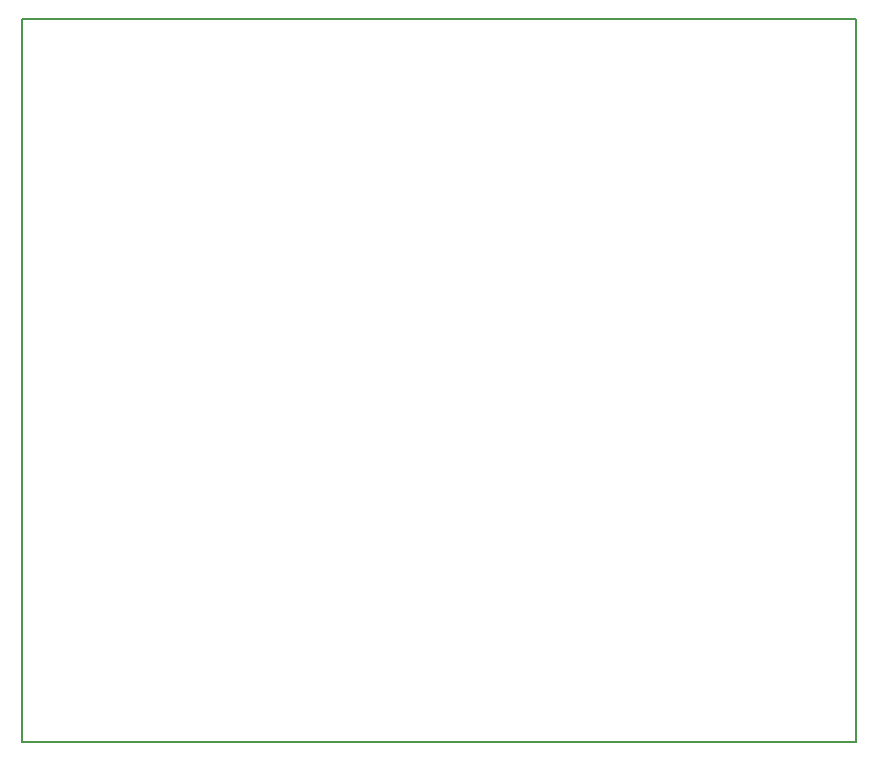
<source format=gm1>
G04 MADE WITH FRITZING*
G04 WWW.FRITZING.ORG*
G04 SINGLE SIDED*
G04 HOLES NOT PLATED*
G04 CONTOUR ON CENTER OF CONTOUR VECTOR*
%ASAXBY*%
%FSLAX23Y23*%
%MOIN*%
%OFA0B0*%
%SFA1.0B1.0*%
%ADD10R,2.788890X2.416670*%
%ADD11C,0.008000*%
%ADD10C,0.008*%
%LNCONTOUR*%
G90*
G70*
G54D10*
G54D11*
X8Y2409D02*
X2789Y2409D01*
X2789Y0D01*
X8Y0D01*
X8Y2409D01*
D02*
G04 End of contour*
M02*
</source>
